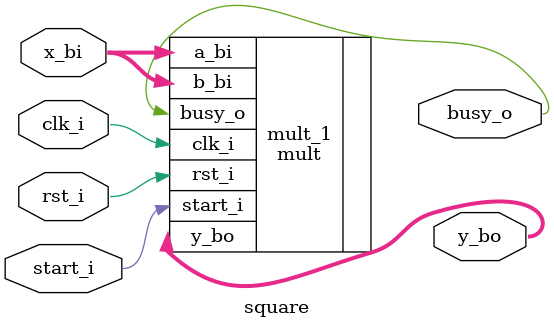
<source format=v>
`timescale 1ns / 1ps


module square(
    input clk_i,
    input rst_i,
    
    input [7:0] x_bi,
    input start_i,
    
    output busy_o,
    output [15:0] y_bo
);
    mult mult_1(
        .clk_i(clk_i),
        .rst_i(rst_i),
        .a_bi(x_bi),
        .b_bi(x_bi),
        .start_i(start_i),
        .busy_o(busy_o),
        .y_bo(y_bo)
    );
endmodule

</source>
